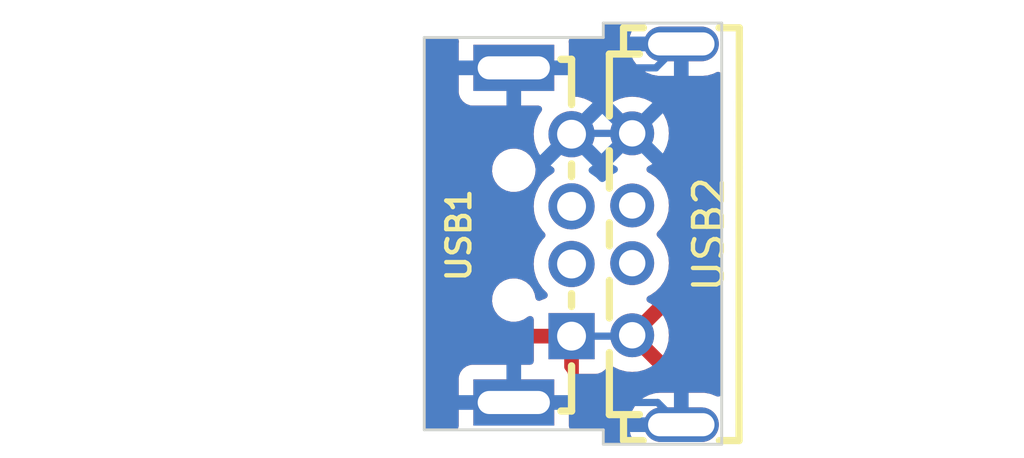
<source format=kicad_pcb>
(kicad_pcb (version 20221018) (generator pcbnew)
  (title_block (title "USB Data Blocker") (date "2023-03-20") (rev "1") (company "Spacehuhn Technologies") (comment 1 "Designed with <3 by Stefan"))
  (layers (0 "F.Cu" signal) (31 "B.Cu" signal) (34 "B.Paste" user) (35 "F.Paste" user) (36 "B.SilkS" user "B.Silkscreen") (37 "F.SilkS" user "F.Silkscreen") (38 "B.Mask" user) (39 "F.Mask" user) (44 "Edge.Cuts" user))
  (net 0 "")
  (net 1 "GND")
  (net 2 "+5V")
  (footprint "_mykicadlib:USB-A_Plug_THT_U-USBAR04P-M001" (layer "F.Cu") (at 149 100.3525 -90)
    (fp_text reference "USB1" (at 0 2.7 90) (layer "F.SilkS") (effects (font (size 0.8 0.8) (thickness 0.152))))
    (fp_text value "U-G-04DD-W-01" hide)
    (fp_line (start -6.096 -1.2) (end -6.096 -0.835) (stroke (width 0.254)) (layer "F.SilkS"))
    (fp_line (start -6.096 -1.2) (end -4.531 -1.2) (stroke (width 0.254)) (layer "F.SilkS"))
    (fp_line (start -2.469 -1.2) (end -2.031 -1.2) (stroke (width 0.254)) (layer "F.SilkS"))
    (fp_line (start 2.031 -1.2) (end 2.469 -1.2) (stroke (width 0.254)) (layer "F.SilkS"))
    (fp_line (start 4.531 -1.2) (end 6.096 -1.2) (stroke (width 0.254)) (layer "F.SilkS"))
    (fp_line (start 6.096 -0.835) (end 6.096 -1.2) (stroke (width 0.254)) (layer "F.SilkS"))
    (pad "" np_thru_hole circle (at -2.25 0.8 270) (size 1 1) (drill 1) (layers "*.Cu" "*.Mask"))
    (pad "" np_thru_hole circle (at 2.25 0.8 270) (size 1 1) (drill 1) (layers "*.Cu" "*.Mask"))
    (pad "1" thru_hole rect (at 3.5 -1.2 270) (size 1.6 1.6) (drill 1) (layers "*.Cu" "*.Mask") (net 2 "+5V"))
    (pad "2" thru_hole circle (at 1 -1.2 270) (size 1.6 1.6) (drill 1) (layers "*.Cu" "*.Mask"))
    (pad "3" thru_hole circle (at -1 -1.2 270) (size 1.6 1.6) (drill 1) (layers "*.Cu" "*.Mask"))
    (pad "4" thru_hole circle (at -3.5 -1.2 270) (size 1.6 1.6) (drill 1) (layers "*.Cu" "*.Mask") (net 1 "GND"))
    (pad "5" thru_hole rect (at -5.8 0.8 270) (size 1.6 2.8) (drill oval 0.8 2.5) (layers "*.Cu" "*.Mask") (net 1 "GND"))
    (pad "5" thru_hole rect (at 5.8 0.8 270) (size 1.6 2.8) (drill oval 0.8 2.5) (layers "*.Cu" "*.Mask") (net 1 "GND"))
  )
  (footprint "_mykicadlib:USB-A_Receptacle_THT_USB-A-TH_USB-M-40" (layer "F.Cu") (at 153.41 100.3225 90)
    (fp_text reference "USB2" (at 0 1.54 90) (layer "F.SilkS"))
    (fp_text value "905-251A1011D10100" hide)
    (fp_line (start -7.15 -1.41) (end -7.15 -0.73) (stroke (width 0.25)) (layer "F.SilkS"))
    (fp_line (start -7.15 -1.41) (end -6.25 -1.41) (stroke (width 0.25)) (layer "F.SilkS"))
    (fp_line (start -7.15 1.91) (end -7.15 2.59) (stroke (width 0.25)) (layer "F.SilkS"))
    (fp_line (start -7.15 2.59) (end 7.15 2.6) (stroke (width 0.25)) (layer "F.SilkS"))
    (fp_line (start -6.25 -1.9) (end -4.1 -1.9) (stroke (width 0.25)) (layer "F.SilkS"))
    (fp_line (start -6.25 -0.86) (end -6.25 -1.9) (stroke (width 0.25)) (layer "F.SilkS"))
    (fp_line (start -2.9 -1.9) (end -1.6 -1.9) (stroke (width 0.25)) (layer "F.SilkS"))
    (fp_line (start -0.4 -1.9) (end 0.4 -1.9) (stroke (width 0.25)) (layer "F.SilkS"))
    (fp_line (start 1.6 -1.9) (end 2.9 -1.9) (stroke (width 0.25)) (layer "F.SilkS"))
    (fp_line (start 4.1 -1.9) (end 6.25 -1.9) (stroke (width 0.25)) (layer "F.SilkS"))
    (fp_line (start 6.25 -0.86) (end 6.25 -1.9) (stroke (width 0.25)) (layer "F.SilkS"))
    (fp_line (start 6.26 -1.41) (end 7.16 -1.41) (stroke (width 0.25)) (layer "F.SilkS"))
    (fp_line (start 7.16 -1.41) (end 7.16 -0.72) (stroke (width 0.25)) (layer "F.SilkS"))
    (fp_line (start 7.16 1.9) (end 7.16 2.6) (stroke (width 0.25)) (layer "F.SilkS"))
    (pad "1" thru_hole circle (at -3.5 -1.11 90) (size 1.52 1.52) (drill 0.9144) (layers "*.Cu" "*.Paste" "*.Mask") (net 2 "+5V"))
    (pad "2" thru_hole circle (at -1 -1.11 90) (size 1.52 1.52) (drill 0.9144) (layers "*.Cu" "*.Paste" "*.Mask"))
    (pad "3" thru_hole circle (at 1 -1.11 90) (size 1.52 1.52) (drill 0.9144) (layers "*.Cu" "*.Paste" "*.Mask"))
    (pad "4" thru_hole circle (at 3.5 -1.11 90) (size 1.52 1.52) (drill 0.9144) (layers "*.Cu" "*.Paste" "*.Mask") (net 1 "GND"))
    (pad "5" thru_hole oval (at -6.6 0.59) (size 2.6 1.2) (drill oval 2.301138 0.799998) (layers "*.Cu" "*.Paste" "*.Mask") (net 1 "GND"))
    (pad "5" thru_hole oval (at 6.6 0.59 180) (size 2.6 1.2) (drill oval 2.301138 0.799998) (layers "*.Cu" "*.Paste" "*.Mask") (net 1 "GND"))
  )
  (gr_line (start 155.4 93) (end 151.3 93) (stroke (width 0.1)) (layer "Edge.Cuts"))
  (gr_line (start 151.3 107.6) (end 155.4 107.6) (stroke (width 0.1)) (layer "Edge.Cuts"))
  (gr_line (start 151.3 93.5) (end 145.1 93.5) (stroke (width 0.1)) (layer "Edge.Cuts"))
  (gr_line (start 151.3 107.6) (end 151.3 107.1) (stroke (width 0.1)) (layer "Edge.Cuts"))
  (gr_line (start 151.3 107.1) (end 145.1 107.1) (stroke (width 0.1)) (layer "Edge.Cuts"))
  (gr_line (start 151.3 93) (end 151.3 93.5) (stroke (width 0.1)) (layer "Edge.Cuts"))
  (gr_line (start 145.1 93.5) (end 145.1 107.1) (stroke (width 0.1)) (layer "Edge.Cuts"))
  (gr_line (start 155.4 107.6) (end 155.4 93) (stroke (width 0.1)) (layer "Edge.Cuts"))
  (segment (start 153.95 106.9225) (end 153.95 98.5225) (width 0.25) (layer "B.Cu") (net 1))
  (segment (start 148.2 106.1525) (end 153.18 106.1525) (width 0.25) (layer "B.Cu") (net 1))
  (segment (start 153.95 98.5225) (end 152.25 96.8225) (width 0.25) (layer "B.Cu") (net 1))
  (segment (start 150.23 96.8225) (end 150.2 96.8525) (width 0.25) (layer "B.Cu") (net 1))
  (segment (start 152.25 96.8225) (end 153.95 95.1225) (width 0.25) (layer "B.Cu") (net 1))
  (segment (start 152.25 96.8225) (end 150.23 96.8225) (width 0.25) (layer "B.Cu") (net 1))
  (segment (start 153.12 94.5525) (end 153.95 93.7225) (width 0.25) (layer "B.Cu") (net 1))
  (segment (start 153.18 106.1525) (end 153.95 106.9225) (width 0.25) (layer "B.Cu") (net 1))
  (segment (start 153.95 95.1225) (end 153.95 93.7225) (width 0.25) (layer "B.Cu") (net 1))
  (segment (start 148.2 94.5525) (end 153.12 94.5525) (width 0.25) (layer "B.Cu") (net 1))
  (segment (start 150.2 103.8525) (end 152.22 103.8525) (width 0.25) (layer "B.Cu") (net 2))
  (segment (start 152.22 103.8525) (end 152.25 103.8225) (width 0.25) (layer "B.Cu") (net 2))
  (zone (net 2) (net_name "+5V") (layer "F.Cu") (connect_pads (clearance 0.508)) (min_thickness 0.254) (fill yes (thermal_gap 0.508) (thermal_bridge_width 0.508))
    (polygon (pts (xy 156.1 107.8) (xy 144.4 107.8) (xy 144.4 92.2) (xy 156 92.2)))
  )
  (zone (net 1) (net_name "GND") (layer "B.Cu") (connect_pads (clearance 0.508)) (min_thickness 0.254) (fill yes (thermal_gap 0.508) (thermal_bridge_width 0.508))
    (polygon (pts (xy 156.4 108.1) (xy 144.9 108.1) (xy 144.9 92.6) (xy 156.4 92.6)))
  )
)
</source>
